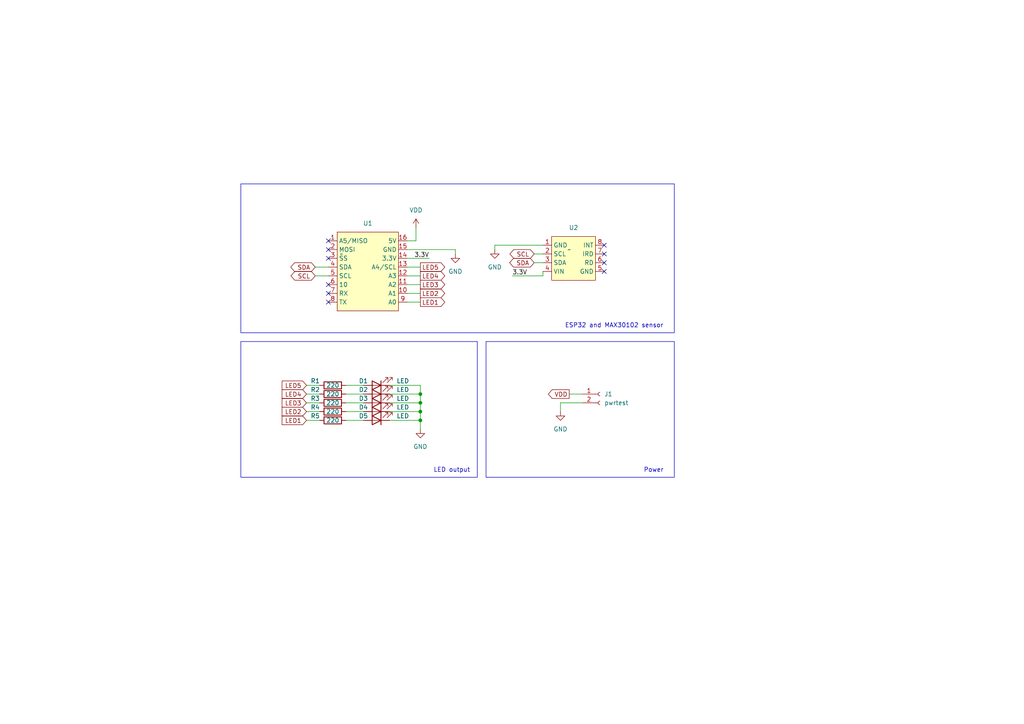
<source format=kicad_sch>
(kicad_sch (version 20230121) (generator eeschema)
  (paper "A4")
  (title_block (title "Project X - Mood Credit Card Exemplar") (date "2024-11-27") (rev "V4") (company "Fleming Society"))
  (lib_symbols
    (symbol "Connector:Conn_01x02_Socket" (pin_names (offset 1.016) hide)
      (property "Reference" "J" (at 0 2.54 0))
      (property "Value" "Conn_01x02_Socket" (at 0 -5.08 0))
      (symbol "Conn_01x02_Socket_1_1"
        (arc (start 0 -2.032) (mid -0.5058 -2.54) (end 0 -3.048) (stroke (width 0.1524)))
        (polyline (pts (xy -1.27 -2.54) (xy -0.508 -2.54)) (stroke (width 0.1524)))
        (polyline (pts (xy -1.27 0) (xy -0.508 0)) (stroke (width 0.1524)))
        (arc (start 0 0.508) (mid -0.5058 0) (end 0 -0.508) (stroke (width 0.1524)))
        (pin passive line (at -5.08 0 0) (length 3.81) (name "Pin_1") (number "1"))
        (pin passive line (at -5.08 -2.54 0) (length 3.81) (name "Pin_2") (number "2"))
      )
    )
    (symbol "Device:LED" (pin_numbers hide) (pin_names (offset 1.016) hide)
      (property "Reference" "D" (at 0 2.54 0))
      (property "Value" "LED" (at 0 -2.54 0))
      (symbol "LED_0_1"
        (polyline (pts (xy -1.27 -1.27) (xy -1.27 1.27)) (stroke (width 0.254)))
        (polyline (pts (xy -1.27 0) (xy 1.27 0)))
        (polyline (pts (xy 1.27 -1.27) (xy 1.27 1.27) (xy -1.27 0) (xy 1.27 -1.27)) (stroke (width 0.254)))
        (polyline (pts (xy -3.048 -0.762) (xy -4.572 -2.286) (xy -3.81 -2.286) (xy -4.572 -2.286) (xy -4.572 -1.524)))
        (polyline (pts (xy -1.778 -0.762) (xy -3.302 -2.286) (xy -2.54 -2.286) (xy -3.302 -2.286) (xy -3.302 -1.524)))
      )
      (symbol "LED_1_1"
        (pin passive line (at -3.81 0 0) (length 2.54) (name "K") (number "1"))
        (pin passive line (at 3.81 0 180) (length 2.54) (name "A") (number "2"))
      )
    )
    (symbol "Device:R" (pin_numbers hide) (pin_names (offset 0))
      (property "Reference" "R" (at 2.032 0 90))
      (property "Value" "R" (at 0 0 90))
      (symbol "R_0_1"
        (rectangle (start -1.016 -2.54) (end 1.016 2.54) (stroke (width 0.254)))
      )
      (symbol "R_1_1"
        (pin passive line (at 0 3.81 270) (length 1.27) (name "~") (number "1"))
        (pin passive line (at 0 -3.81 90) (length 1.27) (name "~") (number "2"))
      )
    )
    (symbol "power:GND" (power) (pin_names (offset 0))
      (property "Value" "GND" (at 0 -3.81 0))
      (symbol "GND_0_1"
        (polyline (pts (xy 0 0) (xy 0 -1.27) (xy 1.27 -1.27) (xy 0 -2.54) (xy -1.27 -1.27) (xy 0 -1.27)))
      )
      (symbol "GND_1_1"
        (pin power_in line (at 0 0 270) (length 0) hide (name "GND") (number "1"))
      )
    )
    (symbol "power:VDD" (power) (pin_names (offset 0))
      (property "Value" "VDD" (at 0 3.81 0))
      (symbol "VDD_0_1"
        (polyline (pts (xy -0.762 1.27) (xy 0 2.54)))
        (polyline (pts (xy 0 0) (xy 0 2.54)))
        (polyline (pts (xy 0 2.54) (xy 0.762 1.27)))
      )
      (symbol "VDD_1_1"
        (pin power_in line (at 0 0 90) (length 0) hide (name "VDD") (number "1"))
      )
    )
    (symbol "project_x_symbol_lib:MAX30102_module"
      (property "Reference" "U" (at 0 8.89 0))
      (symbol "MAX30102_module_1_1"
        (rectangle (start -6.35 6.35) (end 6.35 -6.35) (fill (type background)))
        (pin input line (at -8.89 3.81 0) (length 2.54) (name "GND") (number "1"))
        (pin input line (at -8.89 1.27 0) (length 2.54) (name "SCL") (number "2"))
        (pin input line (at -8.89 -1.27 0) (length 2.54) (name "SDA") (number "3"))
        (pin input line (at -8.89 -3.81 0) (length 2.54) (name "VIN") (number "4"))
        (pin input line (at 8.89 -3.81 180) (length 2.54) (name "GND") (number "5"))
        (pin input line (at 8.89 -1.27 180) (length 2.54) (name "RD") (number "6"))
        (pin input line (at 8.89 1.27 180) (length 2.54) (name "IRD") (number "7"))
        (pin input line (at 8.89 3.81 180) (length 2.54) (name "INT") (number "8"))
      )
    )
    (symbol "project_x_symbol_lib:esp32_super_mini"
      (property "Reference" "U" (at 0 13.97 0))
      (symbol "esp32_super_mini_1_1"
        (rectangle (start -8.89 11.43) (end 8.89 -11.43) (fill (type background)))
        (pin input line (at -11.43 8.89 0) (length 2.54) (name "A5/MISO") (number "1"))
        (pin input line (at 11.43 -6.35 180) (length 2.54) (name "A1") (number "10"))
        (pin input line (at 11.43 -3.81 180) (length 2.54) (name "A2") (number "11"))
        (pin input line (at 11.43 -1.27 180) (length 2.54) (name "A3") (number "12"))
        (pin input line (at 11.43 1.27 180) (length 2.54) (name "A4/SCL") (number "13"))
        (pin input line (at 11.43 3.81 180) (length 2.54) (name "3.3V") (number "14"))
        (pin input line (at 11.43 6.35 180) (length 2.54) (name "GND") (number "15"))
        (pin input line (at 11.43 8.89 180) (length 2.54) (name "5V") (number "16"))
        (pin input line (at -11.43 6.35 0) (length 2.54) (name "MOSI") (number "2"))
        (pin input line (at -11.43 3.81 0) (length 2.54) (name "SS") (number "3"))
        (pin input line (at -11.43 1.27 0) (length 2.54) (name "SDA") (number "4"))
        (pin input line (at -11.43 -1.27 0) (length 2.54) (name "SCL") (number "5"))
        (pin input line (at -11.43 -3.81 0) (length 2.54) (name "10") (number "6"))
        (pin input line (at -11.43 -6.35 0) (length 2.54) (name "RX") (number "7"))
        (pin input line (at -11.43 -8.89 0) (length 2.54) (name "TX") (number "8"))
        (pin input line (at 11.43 -8.89 180) (length 2.54) (name "A0") (number "9"))
      )
    )
  )
  (junction (at 121.92 119.38))
  (junction (at 121.92 121.92))
  (junction (at 121.92 114.3))
  (junction (at 121.92 116.84))
  (no_connect (at 95.25 72.39))
  (no_connect (at 95.25 87.63))
  (no_connect (at 175.26 76.2))
  (no_connect (at 175.26 71.12))
  (no_connect (at 95.25 74.93))
  (no_connect (at 95.25 85.09))
  (no_connect (at 175.26 73.66))
  (no_connect (at 175.26 78.74))
  (no_connect (at 95.25 69.85))
  (no_connect (at 95.25 82.55))
  (wire (pts (xy 148.59 80.01) (xy 157.48 80.01)))
  (wire (pts (xy 100.33 121.92) (xy 105.41 121.92)))
  (wire (pts (xy 143.51 71.12) (xy 143.51 72.39)))
  (wire (pts (xy 92.71 114.3) (xy 88.9 114.3)))
  (wire (pts (xy 113.03 119.38) (xy 121.92 119.38)))
  (wire (pts (xy 121.92 121.92) (xy 121.92 124.46)))
  (wire (pts (xy 100.33 111.76) (xy 105.41 111.76)))
  (wire (pts (xy 118.11 82.55) (xy 121.92 82.55)))
  (wire (pts (xy 92.71 119.38) (xy 88.9 119.38)))
  (wire (pts (xy 168.91 116.84) (xy 162.56 116.84)))
  (wire (pts (xy 121.92 114.3) (xy 121.92 116.84)))
  (wire (pts (xy 120.65 66.04) (xy 120.65 69.85)))
  (wire (pts (xy 113.03 111.76) (xy 121.92 111.76)))
  (wire (pts (xy 92.71 121.92) (xy 88.9 121.92)))
  (wire (pts (xy 165.1 114.3) (xy 168.91 114.3)))
  (wire (pts (xy 154.94 73.66) (xy 157.48 73.66)))
  (wire (pts (xy 157.48 80.01) (xy 157.48 78.74)))
  (wire (pts (xy 91.44 80.01) (xy 95.25 80.01)))
  (wire (pts (xy 162.56 116.84) (xy 162.56 119.38)))
  (wire (pts (xy 118.11 72.39) (xy 132.08 72.39)))
  (wire (pts (xy 100.33 114.3) (xy 105.41 114.3)))
  (wire (pts (xy 157.48 71.12) (xy 143.51 71.12)))
  (wire (pts (xy 100.33 116.84) (xy 105.41 116.84)))
  (wire (pts (xy 92.71 116.84) (xy 88.9 116.84)))
  (wire (pts (xy 92.71 111.76) (xy 88.9 111.76)))
  (wire (pts (xy 121.92 119.38) (xy 121.92 121.92)))
  (wire (pts (xy 118.11 74.93) (xy 124.46 74.93)))
  (wire (pts (xy 113.03 114.3) (xy 121.92 114.3)))
  (wire (pts (xy 118.11 77.47) (xy 121.92 77.47)))
  (wire (pts (xy 113.03 121.92) (xy 121.92 121.92)))
  (wire (pts (xy 154.94 76.2) (xy 157.48 76.2)))
  (wire (pts (xy 100.33 119.38) (xy 105.41 119.38)))
  (wire (pts (xy 118.11 87.63) (xy 121.92 87.63)))
  (wire (pts (xy 118.11 80.01) (xy 121.92 80.01)))
  (wire (pts (xy 91.44 77.47) (xy 95.25 77.47)))
  (wire (pts (xy 132.08 72.39) (xy 132.08 73.66)))
  (wire (pts (xy 121.92 111.76) (xy 121.92 114.3)))
  (wire (pts (xy 118.11 85.09) (xy 121.92 85.09)))
  (wire (pts (xy 120.65 69.85) (xy 118.11 69.85)))
  (wire (pts (xy 121.92 116.84) (xy 121.92 119.38)))
  (wire (pts (xy 113.03 116.84) (xy 121.92 116.84)))
  (rectangle (start 140.97 99.06) (end 195.58 138.43))
  (rectangle (start 69.85 99.06) (end 138.43 138.43))
  (rectangle (start 69.85 53.34) (end 195.58 96.52))
  (text "Power\n" (at 186.69 137.16 0) (effects (font (size 1.27 1.27)) (justify left bottom)))
  (text "ESP32 and MAX30102 sensor\n" (at 163.83 95.25 0) (effects (font (size 1.27 1.27)) (justify left bottom)))
  (text "LED output\n" (at 125.73 137.16 0) (effects (font (size 1.27 1.27)) (justify left bottom)))
  (label "3.3V" (at 148.59 80.01 0))
  (label "3.3V" (at 124.46 74.93 180))
  (global_label "LED3" (shape input) (at 88.9 116.84 180) (property "Intersheetrefs" "${INTERSHEET_REFS}" (effects hide)))
  (global_label "LED5" (shape output) (at 121.92 77.47 0) (property "Intersheetrefs" "${INTERSHEET_REFS}" (effects hide)))
  (global_label "SDA" (shape bidirectional) (at 154.94 76.2 180) (property "Intersheetrefs" "${INTERSHEET_REFS}" (effects hide)))
  (global_label "LED1" (shape output) (at 121.92 87.63 0) (property "Intersheetrefs" "${INTERSHEET_REFS}" (effects hide)))
  (global_label "LED5" (shape input) (at 88.9 111.76 180) (property "Intersheetrefs" "${INTERSHEET_REFS}" (effects hide)))
  (global_label "LED4" (shape output) (at 121.92 80.01 0) (property "Intersheetrefs" "${INTERSHEET_REFS}" (effects hide)))
  (global_label "SCL" (shape bidirectional) (at 91.44 80.01 180) (property "Intersheetrefs" "${INTERSHEET_REFS}" (effects hide)))
  (global_label "LED3" (shape output) (at 121.92 82.55 0) (property "Intersheetrefs" "${INTERSHEET_REFS}" (effects hide)))
  (global_label "LED2" (shape output) (at 121.92 85.09 0) (property "Intersheetrefs" "${INTERSHEET_REFS}" (effects hide)))
  (global_label "VDD" (shape output) (at 165.1 114.3 180) (property "Intersheetrefs" "${INTERSHEET_REFS}" (effects hide)))
  (global_label "LED1" (shape input) (at 88.9 121.92 180) (property "Intersheetrefs" "${INTERSHEET_REFS}" (effects hide)))
  (global_label "LED2" (shape input) (at 88.9 119.38 180) (property "Intersheetrefs" "${INTERSHEET_REFS}" (effects hide)))
  (global_label "SCL" (shape bidirectional) (at 154.94 73.66 180) (property "Intersheetrefs" "${INTERSHEET_REFS}" (effects hide)))
  (global_label "SDA" (shape bidirectional) (at 91.44 77.47 180) (property "Intersheetrefs" "${INTERSHEET_REFS}" (effects hide)))
  (global_label "LED4" (shape input) (at 88.9 114.3 180) (property "Intersheetrefs" "${INTERSHEET_REFS}" (effects hide)))
  (symbol (lib_id "Connector:Conn_01x02_Socket") (at 173.99 114.3 0) (unit 1)
    (property "Reference" "J1" (at 175.26 114.3 0) (effects (justify left)))
    (property "Value" "pwrtest" (at 175.26 116.84 0) (effects (justify left)))
    (property "Footprint" "Connector_PinHeader_2.54mm:PinHeader_1x02_P2.54mm_Vertical" (effects hide))
  )
  (symbol (lib_id "Device:R") (at 96.52 111.76 90) (unit 1)
    (property "Reference" "R1" (at 91.44 110.49 90))
    (property "Value" "220" (at 96.52 111.76 90))
    (property "Footprint" "Resistor_SMD:R_0805_2012Metric_Pad1.20x1.40mm_HandSolder" (effects hide))
  )
  (symbol (lib_id "power:GND") (at 132.08 73.66 0) (unit 1)
    (property "Reference" "#PWR06" (effects hide))
    (property "Value" "GND" (at 132.08 78.74 0))
  )
  (symbol (lib_id "Device:LED") (at 109.22 116.84 180) (unit 1)
    (property "Reference" "D3" (at 105.41 115.57 0))
    (property "Value" "LED" (at 116.84 115.57 0))
    (property "Footprint" "LED_SMD:LED_0805_2012Metric_Pad1.15x1.40mm_HandSolder" (effects hide))
  )
  (symbol (lib_id "power:VDD") (at 120.65 66.04 0) (unit 1)
    (property "Reference" "#PWR01" (effects hide))
    (property "Value" "VDD" (at 120.65 60.96 0))
  )
  (symbol (lib_id "Device:R") (at 96.52 114.3 90) (unit 1)
    (property "Reference" "R2" (at 91.44 113.03 90))
    (property "Value" "220" (at 96.52 114.3 90))
    (property "Footprint" "Resistor_SMD:R_0805_2012Metric_Pad1.20x1.40mm_HandSolder" (effects hide))
  )
  (symbol (lib_id "Device:R") (at 96.52 121.92 90) (unit 1)
    (property "Reference" "R5" (at 91.44 120.65 90))
    (property "Value" "220" (at 96.52 121.92 90))
    (property "Footprint" "Resistor_SMD:R_0805_2012Metric_Pad1.20x1.40mm_HandSolder" (effects hide))
  )
  (symbol (lib_id "Device:LED") (at 109.22 121.92 180) (unit 1)
    (property "Reference" "D5" (at 105.41 120.65 0))
    (property "Value" "LED" (at 116.84 120.65 0))
    (property "Footprint" "LED_SMD:LED_0805_2012Metric_Pad1.15x1.40mm_HandSolder" (effects hide))
  )
  (symbol (lib_id "project_x_symbol_lib:MAX30102_module") (at 166.37 74.93 0) (unit 1)
    (property "Reference" "U2" (at 166.37 66.04 0))
    (property "Value" "~" (at 165.1 72.39 0))
    (property "Footprint" "project_x_footprint_lib:MAX30102" (effects hide))
  )
  (symbol (lib_id "project_x_symbol_lib:esp32_super_mini") (at 106.68 78.74 0) (unit 1)
    (property "Reference" "U1" (at 106.68 64.77 0))
    (property "Value" "~" (at 99.06 73.66 0))
    (property "Footprint" "project_x_footprint_lib:esp32_super_mini" (effects hide))
  )
  (symbol (lib_id "power:GND") (at 162.56 119.38 0) (unit 1)
    (property "Reference" "#PWR07" (effects hide))
    (property "Value" "GND" (at 162.56 124.46 0))
  )
  (symbol (lib_id "Device:R") (at 96.52 119.38 90) (unit 1)
    (property "Reference" "R4" (at 91.44 118.11 90))
    (property "Value" "220" (at 96.52 119.38 90))
    (property "Footprint" "Resistor_SMD:R_0805_2012Metric_Pad1.20x1.40mm_HandSolder" (effects hide))
  )
  (symbol (lib_id "power:GND") (at 121.92 124.46 0) (unit 1)
    (property "Reference" "#PWR03" (effects hide))
    (property "Value" "GND" (at 121.92 129.54 0))
  )
  (symbol (lib_id "Device:LED") (at 109.22 111.76 180) (unit 1)
    (property "Reference" "D1" (at 105.41 110.49 0))
    (property "Value" "LED" (at 116.84 110.49 0))
    (property "Footprint" "LED_SMD:LED_0805_2012Metric_Pad1.15x1.40mm_HandSolder" (effects hide))
  )
  (symbol (lib_id "power:GND") (at 143.51 72.39 0) (unit 1)
    (property "Reference" "#PWR02" (effects hide))
    (property "Value" "GND" (at 143.51 77.47 0))
  )
  (symbol (lib_id "Device:R") (at 96.52 116.84 90) (unit 1)
    (property "Reference" "R3" (at 91.44 115.57 90))
    (property "Value" "220" (at 96.52 116.84 90))
    (property "Footprint" "Resistor_SMD:R_0805_2012Metric_Pad1.20x1.40mm_HandSolder" (effects hide))
  )
  (symbol (lib_id "Device:LED") (at 109.22 119.38 180) (unit 1)
    (property "Reference" "D4" (at 105.41 118.11 0))
    (property "Value" "LED" (at 116.84 118.11 0))
    (property "Footprint" "LED_SMD:LED_0805_2012Metric_Pad1.15x1.40mm_HandSolder" (effects hide))
  )
  (symbol (lib_id "Device:LED") (at 109.22 114.3 180) (unit 1)
    (property "Reference" "D2" (at 105.41 113.03 0))
    (property "Value" "LED" (at 116.84 113.03 0))
    (property "Footprint" "LED_SMD:LED_0805_2012Metric_Pad1.15x1.40mm_HandSolder" (effects hide))
  )
)
</source>
